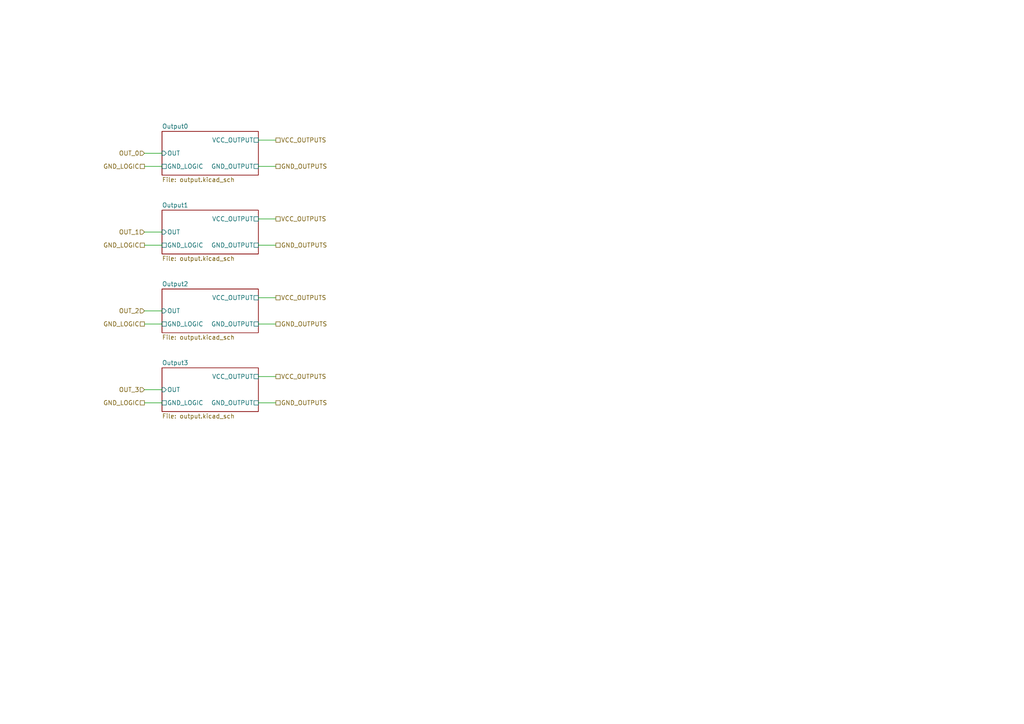
<source format=kicad_sch>
(kicad_sch
	(version 20250114)
	(generator "eeschema")
	(generator_version "9.0")
	(uuid "5ddc1c4c-b08f-496f-8ff9-8d8f3f0d51d2")
	(paper "A4")
	(title_block
		(title "uMule_board")
		(date "2025-12-14")
		(rev "1.0")
		(comment 1 "Original author: Oliwier Woźniak")
	)
	(lib_symbols)
	(wire
		(pts
			(xy 41.91 44.45) (xy 46.99 44.45)
		)
		(stroke
			(width 0)
			(type default)
		)
		(uuid "02b4c87d-10ec-4c2f-8891-4d77700ca534")
	)
	(wire
		(pts
			(xy 41.91 71.12) (xy 46.99 71.12)
		)
		(stroke
			(width 0)
			(type default)
		)
		(uuid "09611d0f-a633-4f13-afba-100655e7ae47")
	)
	(wire
		(pts
			(xy 80.01 86.36) (xy 74.93 86.36)
		)
		(stroke
			(width 0)
			(type default)
		)
		(uuid "10a67585-240b-41fc-b273-7f583662769f")
	)
	(wire
		(pts
			(xy 41.91 113.03) (xy 46.99 113.03)
		)
		(stroke
			(width 0)
			(type default)
		)
		(uuid "211d3551-3c52-4c48-a83c-f34867eeaab9")
	)
	(wire
		(pts
			(xy 80.01 116.84) (xy 74.93 116.84)
		)
		(stroke
			(width 0)
			(type default)
		)
		(uuid "25db9689-5a29-4a29-b879-01e5dd1e968b")
	)
	(wire
		(pts
			(xy 80.01 93.98) (xy 74.93 93.98)
		)
		(stroke
			(width 0)
			(type default)
		)
		(uuid "26ed6ef0-9917-4ccf-a8b1-23a3a73a7573")
	)
	(wire
		(pts
			(xy 41.91 116.84) (xy 46.99 116.84)
		)
		(stroke
			(width 0)
			(type default)
		)
		(uuid "5eab9bbd-e522-455f-bd42-d82b2400faf4")
	)
	(wire
		(pts
			(xy 80.01 71.12) (xy 74.93 71.12)
		)
		(stroke
			(width 0)
			(type default)
		)
		(uuid "bc13752c-fbb4-4ec8-bd21-1f18426dd09b")
	)
	(wire
		(pts
			(xy 41.91 93.98) (xy 46.99 93.98)
		)
		(stroke
			(width 0)
			(type default)
		)
		(uuid "c8d536ad-d115-4c39-89a1-889b5bf30463")
	)
	(wire
		(pts
			(xy 80.01 48.26) (xy 74.93 48.26)
		)
		(stroke
			(width 0)
			(type default)
		)
		(uuid "d25734ef-9d7f-4090-be0e-d6a7384684ad")
	)
	(wire
		(pts
			(xy 41.91 67.31) (xy 46.99 67.31)
		)
		(stroke
			(width 0)
			(type default)
		)
		(uuid "d25dad36-bcb7-4ba2-b9c1-79d8396b0646")
	)
	(wire
		(pts
			(xy 80.01 63.5) (xy 74.93 63.5)
		)
		(stroke
			(width 0)
			(type default)
		)
		(uuid "e014071e-b38e-43c7-82da-c3ff0974de00")
	)
	(wire
		(pts
			(xy 80.01 109.22) (xy 74.93 109.22)
		)
		(stroke
			(width 0)
			(type default)
		)
		(uuid "e982fa28-e502-49be-a8a8-0a02a2e8077e")
	)
	(wire
		(pts
			(xy 80.01 40.64) (xy 74.93 40.64)
		)
		(stroke
			(width 0)
			(type default)
		)
		(uuid "f2858b17-1b2d-44da-8fa1-1402366beb78")
	)
	(wire
		(pts
			(xy 41.91 48.26) (xy 46.99 48.26)
		)
		(stroke
			(width 0)
			(type default)
		)
		(uuid "fa9f6b57-4a92-4cd2-b661-cb6f9dfbf72a")
	)
	(wire
		(pts
			(xy 41.91 90.17) (xy 46.99 90.17)
		)
		(stroke
			(width 0)
			(type default)
		)
		(uuid "fc83a1cc-1181-462e-8286-89e2852b1863")
	)
	(hierarchical_label "GND_OUTPUTS"
		(shape passive)
		(at 80.01 116.84 0)
		(effects
			(font
				(size 1.27 1.27)
			)
			(justify left)
		)
		(uuid "02e2930d-0e4c-4001-804f-7813593ed912")
	)
	(hierarchical_label "GND_OUTPUTS"
		(shape passive)
		(at 80.01 93.98 0)
		(effects
			(font
				(size 1.27 1.27)
			)
			(justify left)
		)
		(uuid "043991ff-ff9d-4fa2-a7da-708eaf627c3f")
	)
	(hierarchical_label "OUT_0"
		(shape input)
		(at 41.91 44.45 180)
		(effects
			(font
				(size 1.27 1.27)
			)
			(justify right)
		)
		(uuid "07bfbe84-2e5f-4cee-9eb3-47dcf96c904a")
	)
	(hierarchical_label "VCC_OUTPUTS"
		(shape passive)
		(at 80.01 109.22 0)
		(effects
			(font
				(size 1.27 1.27)
			)
			(justify left)
		)
		(uuid "4f799fea-5082-4aad-b65d-b1f81e80d8bc")
	)
	(hierarchical_label "VCC_OUTPUTS"
		(shape passive)
		(at 80.01 63.5 0)
		(effects
			(font
				(size 1.27 1.27)
			)
			(justify left)
		)
		(uuid "5a7fb0d4-c610-4cd4-b406-6749c151797d")
	)
	(hierarchical_label "OUT_3"
		(shape input)
		(at 41.91 113.03 180)
		(effects
			(font
				(size 1.27 1.27)
			)
			(justify right)
		)
		(uuid "68bb909f-733a-4468-a652-fd86897f525c")
	)
	(hierarchical_label "OUT_2"
		(shape input)
		(at 41.91 90.17 180)
		(effects
			(font
				(size 1.27 1.27)
			)
			(justify right)
		)
		(uuid "80d33a0b-c5e1-47b6-b6d7-99599cebd477")
	)
	(hierarchical_label "VCC_OUTPUTS"
		(shape passive)
		(at 80.01 86.36 0)
		(effects
			(font
				(size 1.27 1.27)
			)
			(justify left)
		)
		(uuid "958f6139-3ac9-4be8-b198-0f6dc3701498")
	)
	(hierarchical_label "GND_OUTPUTS"
		(shape passive)
		(at 80.01 71.12 0)
		(effects
			(font
				(size 1.27 1.27)
			)
			(justify left)
		)
		(uuid "98025266-9e7b-4536-b6e4-8f96d75727f0")
	)
	(hierarchical_label "OUT_1"
		(shape input)
		(at 41.91 67.31 180)
		(effects
			(font
				(size 1.27 1.27)
			)
			(justify right)
		)
		(uuid "9e1403d1-1aac-4846-8bb8-9a71bcaca285")
	)
	(hierarchical_label "VCC_OUTPUTS"
		(shape passive)
		(at 80.01 40.64 0)
		(effects
			(font
				(size 1.27 1.27)
			)
			(justify left)
		)
		(uuid "ad7461f8-5af1-4eee-8c83-985d6e2f04aa")
	)
	(hierarchical_label "GND_LOGIC"
		(shape passive)
		(at 41.91 93.98 180)
		(effects
			(font
				(size 1.27 1.27)
			)
			(justify right)
		)
		(uuid "c0001d55-0f1c-4847-a5b5-60d9606a1f87")
	)
	(hierarchical_label "GND_LOGIC"
		(shape passive)
		(at 41.91 48.26 180)
		(effects
			(font
				(size 1.27 1.27)
			)
			(justify right)
		)
		(uuid "cadc4453-403e-40e4-8ef2-2816235d36eb")
	)
	(hierarchical_label "GND_OUTPUTS"
		(shape passive)
		(at 80.01 48.26 0)
		(effects
			(font
				(size 1.27 1.27)
			)
			(justify left)
		)
		(uuid "dbada8cc-94da-4089-a225-152a528a2c67")
	)
	(hierarchical_label "GND_LOGIC"
		(shape passive)
		(at 41.91 116.84 180)
		(effects
			(font
				(size 1.27 1.27)
			)
			(justify right)
		)
		(uuid "f5f7a884-de3e-4f67-9944-0e0a23ded41e")
	)
	(hierarchical_label "GND_LOGIC"
		(shape passive)
		(at 41.91 71.12 180)
		(effects
			(font
				(size 1.27 1.27)
			)
			(justify right)
		)
		(uuid "fced097e-8c1b-46c7-b0c6-073c3b5377e6")
	)
	(sheet
		(at 46.99 60.96)
		(size 27.94 12.7)
		(exclude_from_sim no)
		(in_bom yes)
		(on_board yes)
		(dnp no)
		(fields_autoplaced yes)
		(stroke
			(width 0.1524)
			(type solid)
		)
		(fill
			(color 0 0 0 0.0000)
		)
		(uuid "328cb5d1-b8a5-4985-a713-a644ee663ca3")
		(property "Sheetname" "Output1"
			(at 46.99 60.2484 0)
			(effects
				(font
					(size 1.27 1.27)
				)
				(justify left bottom)
			)
		)
		(property "Sheetfile" "output.kicad_sch"
			(at 46.99 74.2446 0)
			(effects
				(font
					(size 1.27 1.27)
				)
				(justify left top)
			)
		)
		(pin "GND_LOGIC" passive
			(at 46.99 71.12 180)
			(uuid "ef085597-a4a2-4188-b8ad-ab9601e5bb15")
			(effects
				(font
					(size 1.27 1.27)
				)
				(justify left)
			)
		)
		(pin "GND_OUTPUT" passive
			(at 74.93 71.12 0)
			(uuid "b2638fb4-3df5-4de5-a29d-cb055bc33a5e")
			(effects
				(font
					(size 1.27 1.27)
				)
				(justify right)
			)
		)
		(pin "OUT" input
			(at 46.99 67.31 180)
			(uuid "5e2967d9-c4bc-4c5b-b866-61be3436d28f")
			(effects
				(font
					(size 1.27 1.27)
				)
				(justify left)
			)
		)
		(pin "VCC_OUTPUT" passive
			(at 74.93 63.5 0)
			(uuid "b450327c-7eed-4714-a13b-c410ea1ac0e7")
			(effects
				(font
					(size 1.27 1.27)
				)
				(justify right)
			)
		)
		(instances
			(project "uMule_board"
				(path "/3d853824-a92e-40a5-ad1a-5052c8a0bd68/ec64de63-3af2-4cbd-9a0d-077aa0c298c3"
					(page "20")
				)
			)
		)
	)
	(sheet
		(at 46.99 106.68)
		(size 27.94 12.7)
		(exclude_from_sim no)
		(in_bom yes)
		(on_board yes)
		(dnp no)
		(fields_autoplaced yes)
		(stroke
			(width 0.1524)
			(type solid)
		)
		(fill
			(color 0 0 0 0.0000)
		)
		(uuid "3443d5ab-c555-4ef5-a350-e2b79450261a")
		(property "Sheetname" "Output3"
			(at 46.99 105.9684 0)
			(effects
				(font
					(size 1.27 1.27)
				)
				(justify left bottom)
			)
		)
		(property "Sheetfile" "output.kicad_sch"
			(at 46.99 119.9646 0)
			(effects
				(font
					(size 1.27 1.27)
				)
				(justify left top)
			)
		)
		(pin "GND_LOGIC" passive
			(at 46.99 116.84 180)
			(uuid "4f3d12c7-b9f1-4327-8433-788081f73412")
			(effects
				(font
					(size 1.27 1.27)
				)
				(justify left)
			)
		)
		(pin "GND_OUTPUT" passive
			(at 74.93 116.84 0)
			(uuid "6d3dd09b-c248-4205-a248-02b216394155")
			(effects
				(font
					(size 1.27 1.27)
				)
				(justify right)
			)
		)
		(pin "OUT" input
			(at 46.99 113.03 180)
			(uuid "3349cfce-8d9f-45a4-b594-651a60cc7104")
			(effects
				(font
					(size 1.27 1.27)
				)
				(justify left)
			)
		)
		(pin "VCC_OUTPUT" passive
			(at 74.93 109.22 0)
			(uuid "08cc9a7f-86cb-482b-90de-93bb7f321839")
			(effects
				(font
					(size 1.27 1.27)
				)
				(justify right)
			)
		)
		(instances
			(project "uMule_board"
				(path "/3d853824-a92e-40a5-ad1a-5052c8a0bd68/ec64de63-3af2-4cbd-9a0d-077aa0c298c3"
					(page "25")
				)
			)
		)
	)
	(sheet
		(at 46.99 83.82)
		(size 27.94 12.7)
		(exclude_from_sim no)
		(in_bom yes)
		(on_board yes)
		(dnp no)
		(fields_autoplaced yes)
		(stroke
			(width 0.1524)
			(type solid)
		)
		(fill
			(color 0 0 0 0.0000)
		)
		(uuid "51c7aa87-9195-4d7c-a036-e5befef63cef")
		(property "Sheetname" "Output2"
			(at 46.99 83.1084 0)
			(effects
				(font
					(size 1.27 1.27)
				)
				(justify left bottom)
			)
		)
		(property "Sheetfile" "output.kicad_sch"
			(at 46.99 97.1046 0)
			(effects
				(font
					(size 1.27 1.27)
				)
				(justify left top)
			)
		)
		(pin "GND_LOGIC" passive
			(at 46.99 93.98 180)
			(uuid "1d2b85b0-35af-46db-ba95-664991de52a7")
			(effects
				(font
					(size 1.27 1.27)
				)
				(justify left)
			)
		)
		(pin "GND_OUTPUT" passive
			(at 74.93 93.98 0)
			(uuid "1285efa8-05de-4380-bc58-a4ed9d3b8ed2")
			(effects
				(font
					(size 1.27 1.27)
				)
				(justify right)
			)
		)
		(pin "OUT" input
			(at 46.99 90.17 180)
			(uuid "1b0f65ea-51b5-44e2-97ca-2d0864dcaba9")
			(effects
				(font
					(size 1.27 1.27)
				)
				(justify left)
			)
		)
		(pin "VCC_OUTPUT" passive
			(at 74.93 86.36 0)
			(uuid "b580a517-5f8c-4170-9bd8-2ce09d9a8e67")
			(effects
				(font
					(size 1.27 1.27)
				)
				(justify right)
			)
		)
		(instances
			(project "uMule_board"
				(path "/3d853824-a92e-40a5-ad1a-5052c8a0bd68/ec64de63-3af2-4cbd-9a0d-077aa0c298c3"
					(page "24")
				)
			)
		)
	)
	(sheet
		(at 46.99 38.1)
		(size 27.94 12.7)
		(exclude_from_sim no)
		(in_bom yes)
		(on_board yes)
		(dnp no)
		(fields_autoplaced yes)
		(stroke
			(width 0.1524)
			(type solid)
		)
		(fill
			(color 0 0 0 0.0000)
		)
		(uuid "fe21b85d-d64b-472a-a59d-3aafbbef6114")
		(property "Sheetname" "Output0"
			(at 46.99 37.3884 0)
			(effects
				(font
					(size 1.27 1.27)
				)
				(justify left bottom)
			)
		)
		(property "Sheetfile" "output.kicad_sch"
			(at 46.99 51.3846 0)
			(effects
				(font
					(size 1.27 1.27)
				)
				(justify left top)
			)
		)
		(pin "GND_LOGIC" passive
			(at 46.99 48.26 180)
			(uuid "6d912947-b51c-4986-a59e-befd34010236")
			(effects
				(font
					(size 1.27 1.27)
				)
				(justify left)
			)
		)
		(pin "GND_OUTPUT" passive
			(at 74.93 48.26 0)
			(uuid "92860fea-d809-4ec9-afa4-3d74c8faf583")
			(effects
				(font
					(size 1.27 1.27)
				)
				(justify right)
			)
		)
		(pin "OUT" input
			(at 46.99 44.45 180)
			(uuid "035ddeb9-72e4-4fb2-9476-4592c0a3542e")
			(effects
				(font
					(size 1.27 1.27)
				)
				(justify left)
			)
		)
		(pin "VCC_OUTPUT" passive
			(at 74.93 40.64 0)
			(uuid "817212c0-2c75-4b04-a565-f9f28d7b4a46")
			(effects
				(font
					(size 1.27 1.27)
				)
				(justify right)
			)
		)
		(instances
			(project "uMule_board"
				(path "/3d853824-a92e-40a5-ad1a-5052c8a0bd68/ec64de63-3af2-4cbd-9a0d-077aa0c298c3"
					(page "23")
				)
			)
		)
	)
)

</source>
